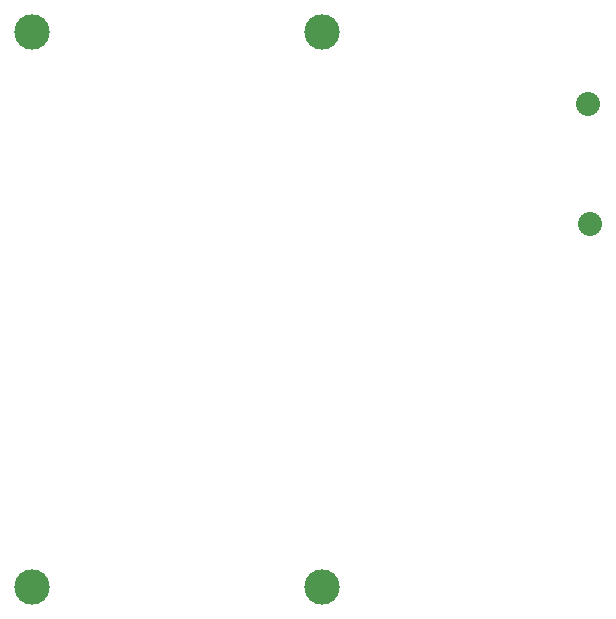
<source format=gbr>
%TF.GenerationSoftware,Altium Limited,Altium Designer,22.1.2 (22)*%
G04 Layer_Color=0*
%FSLAX26Y26*%
%MOIN*%
%TF.SameCoordinates,3D441875-7E2E-40EE-9B33-20ED1D9A15A1*%
%TF.FilePolarity,Positive*%
%TF.FileFunction,NonPlated,1,2,NPTH,Drill*%
%TF.Part,Single*%
G01*
G75*
%TA.AperFunction,ComponentDrill*%
%ADD40C,0.118110*%
%ADD41C,0.080000*%
D40*
X1256535Y3719213D02*
D03*
X2221496D02*
D03*
Y1870787D02*
D03*
X1256535D02*
D03*
D41*
X3110000Y3480000D02*
D03*
X3115000Y3080000D02*
D03*
%TF.MD5,bd2a59e0a2dd6fdb8c2f90687ef1c8d9*%
M02*

</source>
